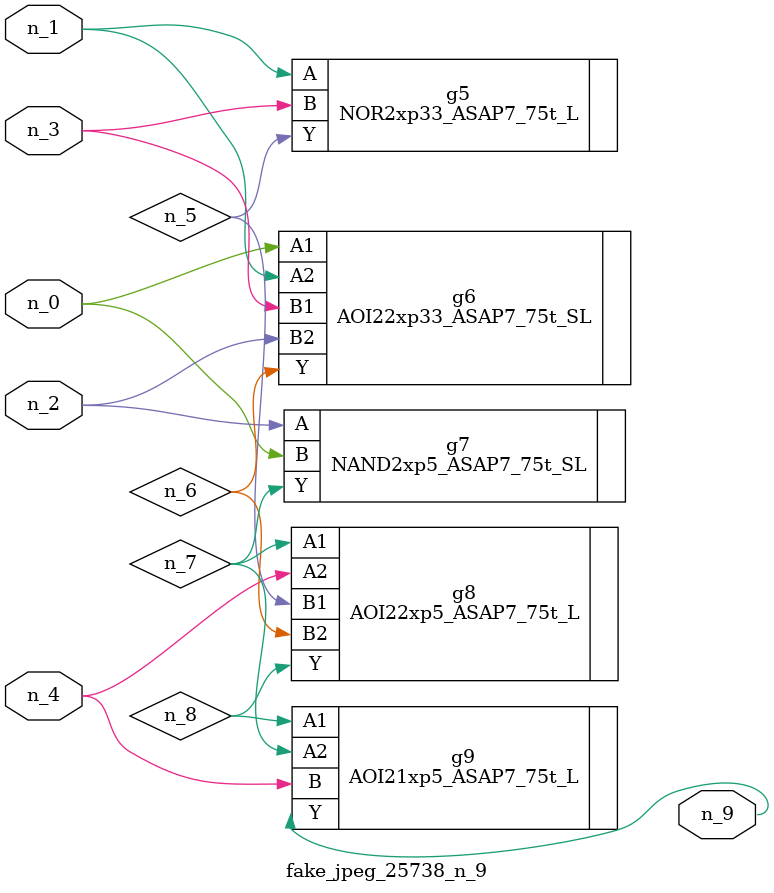
<source format=v>
module fake_jpeg_25738_n_9 (n_3, n_2, n_1, n_0, n_4, n_9);

input n_3;
input n_2;
input n_1;
input n_0;
input n_4;

output n_9;

wire n_8;
wire n_6;
wire n_5;
wire n_7;

NOR2xp33_ASAP7_75t_L g5 ( 
.A(n_1),
.B(n_3),
.Y(n_5)
);

AOI22xp33_ASAP7_75t_SL g6 ( 
.A1(n_0),
.A2(n_1),
.B1(n_3),
.B2(n_2),
.Y(n_6)
);

NAND2xp5_ASAP7_75t_SL g7 ( 
.A(n_2),
.B(n_0),
.Y(n_7)
);

AOI22xp5_ASAP7_75t_L g8 ( 
.A1(n_7),
.A2(n_4),
.B1(n_5),
.B2(n_6),
.Y(n_8)
);

AOI21xp5_ASAP7_75t_L g9 ( 
.A1(n_8),
.A2(n_7),
.B(n_4),
.Y(n_9)
);


endmodule
</source>
